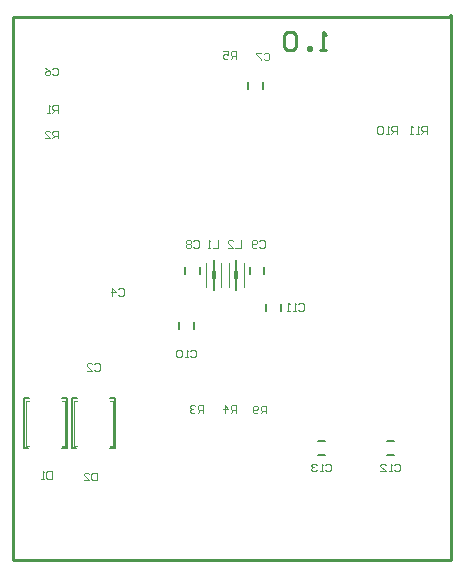
<source format=gbo>
%FSLAX44Y44*%
%MOMM*%
G71*
G01*
G75*
G04 Layer_Color=32896*
%ADD10R,1.6002X1.3208*%
%ADD11R,2.0066X3.8100*%
%ADD12R,2.0066X1.5240*%
%ADD13R,1.2192X1.2192*%
%ADD14R,0.6604X2.0320*%
%ADD15R,3.5052X2.5146*%
%ADD16R,1.2192X1.2192*%
%ADD17R,1.3208X1.6002*%
%ADD18R,2.5146X3.5052*%
%ADD19R,1.2700X0.5588*%
%ADD20R,0.5588X1.2700*%
%ADD21C,0.4060*%
%ADD22C,0.4064*%
%ADD23C,0.3048*%
%ADD24C,0.3050*%
%ADD25C,0.8128*%
%ADD26C,0.2540*%
%ADD27C,3.5560*%
G04:AMPARAMS|DCode=28|XSize=1.524mm|YSize=1.524mm|CornerRadius=0mm|HoleSize=0mm|Usage=FLASHONLY|Rotation=270.000|XOffset=0mm|YOffset=0mm|HoleType=Round|Shape=Octagon|*
%AMOCTAGOND28*
4,1,8,-0.3810,-0.7620,0.3810,-0.7620,0.7620,-0.3810,0.7620,0.3810,0.3810,0.7620,-0.3810,0.7620,-0.7620,0.3810,-0.7620,-0.3810,-0.3810,-0.7620,0.0*
%
%ADD28OCTAGOND28*%

%ADD29O,1.5240X3.0480*%
%ADD30O,3.0480X1.5240*%
G04:AMPARAMS|DCode=31|XSize=1.524mm|YSize=1.524mm|CornerRadius=0mm|HoleSize=0mm|Usage=FLASHONLY|Rotation=0.000|XOffset=0mm|YOffset=0mm|HoleType=Round|Shape=Octagon|*
%AMOCTAGOND31*
4,1,8,0.7620,-0.3810,0.7620,0.3810,0.3810,0.7620,-0.3810,0.7620,-0.7620,0.3810,-0.7620,-0.3810,-0.3810,-0.7620,0.3810,-0.7620,0.7620,-0.3810,0.0*
%
%ADD31OCTAGOND31*%

%ADD32C,1.2700*%
%ADD33R,1.2192X0.8128*%
%ADD34R,2.7432X2.1590*%
%ADD35R,1.0160X1.2192*%
%ADD36R,1.0160X1.5240*%
%ADD37R,0.8128X1.2192*%
%ADD38C,0.6096*%
%ADD39C,0.1524*%
%ADD40C,0.2032*%
%ADD41C,0.0000*%
%ADD42C,0.0508*%
%ADD43C,0.0648*%
%ADD44C,0.0518*%
%ADD45R,0.2016X0.2032*%
%ADD46R,1.2700X1.9050*%
%ADD47R,0.7620X1.7780*%
%ADD48R,1.2700X0.7620*%
%ADD49R,0.2032X0.2016*%
%ADD50R,2.0066X1.7272*%
%ADD51R,2.4130X4.2164*%
%ADD52R,2.4130X1.9304*%
%ADD53R,1.6256X1.6256*%
%ADD54R,1.0668X2.4384*%
%ADD55R,3.9116X2.9210*%
%ADD56R,1.6256X1.6256*%
%ADD57R,1.7272X2.0066*%
%ADD58R,2.9210X3.9116*%
%ADD59R,1.6764X0.9652*%
%ADD60R,0.9652X1.6764*%
%ADD61C,3.9624*%
%ADD62C,4.3688*%
G04:AMPARAMS|DCode=63|XSize=1.9304mm|YSize=1.9304mm|CornerRadius=0mm|HoleSize=0mm|Usage=FLASHONLY|Rotation=270.000|XOffset=0mm|YOffset=0mm|HoleType=Round|Shape=Octagon|*
%AMOCTAGOND63*
4,1,8,-0.4826,-0.9652,0.4826,-0.9652,0.9652,-0.4826,0.9652,0.4826,0.4826,0.9652,-0.4826,0.9652,-0.9652,0.4826,-0.9652,-0.4826,-0.4826,-0.9652,0.0*
%
%ADD63OCTAGOND63*%

%ADD64O,1.9304X3.4544*%
%ADD65O,3.4544X1.9304*%
G04:AMPARAMS|DCode=66|XSize=1.9304mm|YSize=1.9304mm|CornerRadius=0mm|HoleSize=0mm|Usage=FLASHONLY|Rotation=0.000|XOffset=0mm|YOffset=0mm|HoleType=Round|Shape=Octagon|*
%AMOCTAGOND66*
4,1,8,0.9652,-0.4826,0.9652,0.4826,0.4826,0.9652,-0.4826,0.9652,-0.9652,0.4826,-0.9652,-0.4826,-0.4826,-0.9652,0.4826,-0.9652,0.9652,-0.4826,0.0*
%
%ADD66OCTAGOND66*%

%ADD67C,1.6764*%
%ADD68R,1.6256X1.2192*%
%ADD69R,3.1496X2.5654*%
%ADD70R,1.4224X1.6256*%
%ADD71R,1.4224X1.9304*%
%ADD72R,1.2192X1.6256*%
%ADD73C,0.0762*%
%ADD74C,0.1270*%
%ADD75R,0.3024X0.7056*%
D26*
X265430Y431800D02*
X260352D01*
X262891D01*
Y447035D01*
X265430Y444496D01*
X252734Y431800D02*
Y434339D01*
X250195D01*
Y431800D01*
X252734D01*
X240038Y444496D02*
X237499Y447035D01*
X232421D01*
X229881Y444496D01*
Y434339D01*
X232421Y431800D01*
X237499D01*
X240038Y434339D01*
Y444496D01*
X0Y0D02*
Y459740D01*
X369570D01*
X370840Y461010D01*
Y0D02*
Y461010D01*
X0Y0D02*
X370840D01*
D39*
X141320Y195120D02*
Y201168D01*
X153416Y195120D02*
Y201168D01*
X9398Y94488D02*
X13462D01*
X41910D02*
X46482D01*
X42164Y136652D02*
X46482D01*
X9398D02*
X13716D01*
X46482Y94488D02*
Y136652D01*
X9398Y94488D02*
Y136652D01*
X50038Y94488D02*
X54102D01*
X82550D02*
X87122D01*
X82804Y136652D02*
X87122D01*
X50038D02*
X54356D01*
X87122Y94488D02*
Y136652D01*
X50038Y94488D02*
Y136652D01*
X201010Y242110D02*
Y248158D01*
X213106Y242110D02*
Y248158D01*
X146400Y242110D02*
Y248158D01*
X158496Y242110D02*
Y248158D01*
X211740Y398272D02*
Y404320D01*
X199644Y398272D02*
Y404320D01*
X226980Y210312D02*
Y216360D01*
X214884Y210312D02*
Y216360D01*
X316703Y88500D02*
X322751D01*
X316703Y100596D02*
X322751D01*
X258283Y88500D02*
X264331D01*
X258283Y100596D02*
X264331D01*
D42*
X41910Y134366D02*
X44196D01*
X11684D02*
X13970D01*
X44196Y96774D02*
Y134366D01*
X41656Y96774D02*
X44196D01*
X11684D02*
X13716D01*
X11684D02*
Y134366D01*
X82550D02*
X84836D01*
X52324D02*
X54610D01*
X84836Y96774D02*
Y134366D01*
X82296Y96774D02*
X84836D01*
X52324D02*
X54356D01*
X52324D02*
Y134366D01*
D43*
X71120Y73785D02*
Y67310D01*
X67882D01*
X66803Y68389D01*
Y72706D01*
X67882Y73785D01*
X71120D01*
X60328Y67310D02*
X64645D01*
X60328Y71627D01*
Y72706D01*
X61408Y73785D01*
X63566D01*
X64645Y72706D01*
X33020Y75055D02*
Y68580D01*
X29783D01*
X28703Y69659D01*
Y73976D01*
X29783Y75055D01*
X33020D01*
X26545Y68580D02*
X24387D01*
X25466D01*
Y75055D01*
X26545Y73976D01*
D44*
X350520Y360680D02*
Y367155D01*
X347282D01*
X346203Y366076D01*
Y363918D01*
X347282Y362838D01*
X350520D01*
X348362D02*
X346203Y360680D01*
X344045D02*
X341887D01*
X342966D01*
Y367155D01*
X344045Y366076D01*
X338649Y360680D02*
X336491D01*
X337570D01*
Y367155D01*
X338649Y366076D01*
X325120Y360680D02*
Y367155D01*
X321883D01*
X320803Y366076D01*
Y363918D01*
X321883Y362838D01*
X325120D01*
X322962D02*
X320803Y360680D01*
X318645D02*
X316487D01*
X317566D01*
Y367155D01*
X318645Y366076D01*
X313249D02*
X312170Y367155D01*
X310012D01*
X308933Y366076D01*
Y361759D01*
X310012Y360680D01*
X312170D01*
X313249Y361759D01*
Y366076D01*
X38100Y378460D02*
Y384935D01*
X34862D01*
X33783Y383856D01*
Y381698D01*
X34862Y380618D01*
X38100D01*
X35942D02*
X33783Y378460D01*
X31625D02*
X29467D01*
X30546D01*
Y384935D01*
X31625Y383856D01*
X38100Y356870D02*
Y363345D01*
X34862D01*
X33783Y362266D01*
Y360107D01*
X34862Y359028D01*
X38100D01*
X35942D02*
X33783Y356870D01*
X27308D02*
X31625D01*
X27308Y361187D01*
Y362266D01*
X28388Y363345D01*
X30546D01*
X31625Y362266D01*
X264923Y80326D02*
X266003Y81405D01*
X268161D01*
X269240Y80326D01*
Y76009D01*
X268161Y74930D01*
X266003D01*
X264923Y76009D01*
X262765Y74930D02*
X260607D01*
X261686D01*
Y81405D01*
X262765Y80326D01*
X257369D02*
X256290Y81405D01*
X254132D01*
X253053Y80326D01*
Y79247D01*
X254132Y78168D01*
X255211D01*
X254132D01*
X253053Y77088D01*
Y76009D01*
X254132Y74930D01*
X256290D01*
X257369Y76009D01*
X323343Y80326D02*
X324422Y81405D01*
X326581D01*
X327660Y80326D01*
Y76009D01*
X326581Y74930D01*
X324422D01*
X323343Y76009D01*
X321185Y74930D02*
X319027D01*
X320106D01*
Y81405D01*
X321185Y80326D01*
X311473Y74930D02*
X315789D01*
X311473Y79247D01*
Y80326D01*
X312552Y81405D01*
X314710D01*
X315789Y80326D01*
X33783Y415606D02*
X34862Y416685D01*
X37021D01*
X38100Y415606D01*
Y411289D01*
X37021Y410210D01*
X34862D01*
X33783Y411289D01*
X27308Y416685D02*
X29467Y415606D01*
X31625Y413447D01*
Y411289D01*
X30546Y410210D01*
X28388D01*
X27308Y411289D01*
Y412368D01*
X28388Y413447D01*
X31625D01*
X214510Y123942D02*
Y130417D01*
X211272D01*
X210193Y129338D01*
Y127179D01*
X211272Y126100D01*
X214510D01*
X212351D02*
X210193Y123942D01*
X208035Y125021D02*
X206956Y123942D01*
X204797D01*
X203718Y125021D01*
Y129338D01*
X204797Y130417D01*
X206956D01*
X208035Y129338D01*
Y128258D01*
X206956Y127179D01*
X203718D01*
X189230Y124460D02*
Y130935D01*
X185993D01*
X184913Y129856D01*
Y127697D01*
X185993Y126618D01*
X189230D01*
X187072D02*
X184913Y124460D01*
X179518D02*
Y130935D01*
X182755Y127697D01*
X178438D01*
X161290Y124460D02*
Y130935D01*
X158053D01*
X156973Y129856D01*
Y127697D01*
X158053Y126618D01*
X161290D01*
X159132D02*
X156973Y124460D01*
X154815Y129856D02*
X153736Y130935D01*
X151578D01*
X150499Y129856D01*
Y128777D01*
X151578Y127697D01*
X152657D01*
X151578D01*
X150499Y126618D01*
Y125539D01*
X151578Y124460D01*
X153736D01*
X154815Y125539D01*
X193040Y270635D02*
Y264160D01*
X188723D01*
X182248D02*
X186565D01*
X182248Y268477D01*
Y269556D01*
X183328Y270635D01*
X185486D01*
X186565Y269556D01*
X173990Y270635D02*
Y264160D01*
X169673D01*
X167515D02*
X165357D01*
X166436D01*
Y270635D01*
X167515Y269556D01*
X209043D02*
X210123Y270635D01*
X212281D01*
X213360Y269556D01*
Y265239D01*
X212281Y264160D01*
X210123D01*
X209043Y265239D01*
X206885D02*
X205806Y264160D01*
X203648D01*
X202568Y265239D01*
Y269556D01*
X203648Y270635D01*
X205806D01*
X206885Y269556D01*
Y268477D01*
X205806Y267397D01*
X202568D01*
X153163Y269556D02*
X154242Y270635D01*
X156401D01*
X157480Y269556D01*
Y265239D01*
X156401Y264160D01*
X154242D01*
X153163Y265239D01*
X151005Y269556D02*
X149926Y270635D01*
X147768D01*
X146688Y269556D01*
Y268477D01*
X147768Y267397D01*
X146688Y266318D01*
Y265239D01*
X147768Y264160D01*
X149926D01*
X151005Y265239D01*
Y266318D01*
X149926Y267397D01*
X151005Y268477D01*
Y269556D01*
X149926Y267397D02*
X147768D01*
X242063Y216216D02*
X243143Y217295D01*
X245301D01*
X246380Y216216D01*
Y211899D01*
X245301Y210820D01*
X243143D01*
X242063Y211899D01*
X239905Y210820D02*
X237747D01*
X238826D01*
Y217295D01*
X239905Y216216D01*
X234509Y210820D02*
X232351D01*
X233430D01*
Y217295D01*
X234509Y216216D01*
X150623Y176846D02*
X151702Y177925D01*
X153861D01*
X154940Y176846D01*
Y172529D01*
X153861Y171450D01*
X151702D01*
X150623Y172529D01*
X148465Y171450D02*
X146307D01*
X147386D01*
Y177925D01*
X148465Y176846D01*
X143069D02*
X141990Y177925D01*
X139832D01*
X138753Y176846D01*
Y172529D01*
X139832Y171450D01*
X141990D01*
X143069Y172529D01*
Y176846D01*
X89663Y228916D02*
X90743Y229995D01*
X92901D01*
X93980Y228916D01*
Y224599D01*
X92901Y223520D01*
X90743D01*
X89663Y224599D01*
X84268Y223520D02*
Y229995D01*
X87505Y226758D01*
X83188D01*
X69343Y165416D02*
X70423Y166495D01*
X72581D01*
X73660Y165416D01*
Y161099D01*
X72581Y160020D01*
X70423D01*
X69343Y161099D01*
X62868Y160020D02*
X67185D01*
X62868Y164337D01*
Y165416D01*
X63948Y166495D01*
X66106D01*
X67185Y165416D01*
X212853Y428306D02*
X213932Y429385D01*
X216091D01*
X217170Y428306D01*
Y423989D01*
X216091Y422910D01*
X213932D01*
X212853Y423989D01*
X210695Y429385D02*
X206378D01*
Y428306D01*
X210695Y423989D01*
Y422910D01*
X189230Y424180D02*
Y430655D01*
X185993D01*
X184913Y429576D01*
Y427417D01*
X185993Y426338D01*
X189230D01*
X187072D02*
X184913Y424180D01*
X178438Y430655D02*
X182755D01*
Y427417D01*
X180597Y428497D01*
X179518D01*
X178438Y427417D01*
Y425259D01*
X179518Y424180D01*
X181676D01*
X182755Y425259D01*
D73*
X182980Y231300D02*
Y251460D01*
X195580Y231300D02*
Y251460D01*
X163930Y231300D02*
Y251460D01*
X176530Y231300D02*
Y251460D01*
D74*
X189230Y228300D02*
Y253492D01*
X170180Y228300D02*
Y253492D01*
D75*
X189242Y241328D02*
D03*
X170192D02*
D03*
M02*

</source>
